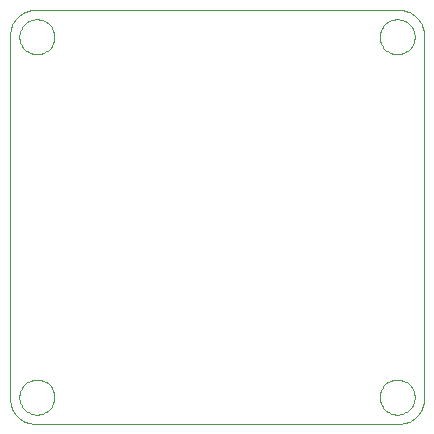
<source format=gbo>
G75*
G70*
%OFA0B0*%
%FSLAX24Y24*%
%IPPOS*%
%LPD*%
%AMOC8*
5,1,8,0,0,1.08239X$1,22.5*
%
%ADD10C,0.0000*%
%ADD11C,0.0000*%
D10*
X000603Y001068D02*
X000605Y001116D01*
X000611Y001164D01*
X000621Y001211D01*
X000635Y001257D01*
X000652Y001302D01*
X000673Y001345D01*
X000698Y001387D01*
X000726Y001426D01*
X000757Y001463D01*
X000791Y001497D01*
X000828Y001528D01*
X000867Y001556D01*
X000909Y001581D01*
X000952Y001602D01*
X000997Y001619D01*
X001043Y001633D01*
X001090Y001643D01*
X001138Y001649D01*
X001186Y001651D01*
X001234Y001649D01*
X001282Y001643D01*
X001329Y001633D01*
X001375Y001619D01*
X001420Y001602D01*
X001463Y001581D01*
X001505Y001556D01*
X001544Y001528D01*
X001581Y001497D01*
X001615Y001463D01*
X001646Y001426D01*
X001674Y001387D01*
X001699Y001345D01*
X001720Y001302D01*
X001737Y001257D01*
X001751Y001211D01*
X001761Y001164D01*
X001767Y001116D01*
X001769Y001068D01*
X001767Y001020D01*
X001761Y000972D01*
X001751Y000925D01*
X001737Y000879D01*
X001720Y000834D01*
X001699Y000791D01*
X001674Y000749D01*
X001646Y000710D01*
X001615Y000673D01*
X001581Y000639D01*
X001544Y000608D01*
X001505Y000580D01*
X001463Y000555D01*
X001420Y000534D01*
X001375Y000517D01*
X001329Y000503D01*
X001282Y000493D01*
X001234Y000487D01*
X001186Y000485D01*
X001138Y000487D01*
X001090Y000493D01*
X001043Y000503D01*
X000997Y000517D01*
X000952Y000534D01*
X000909Y000555D01*
X000867Y000580D01*
X000828Y000608D01*
X000791Y000639D01*
X000757Y000673D01*
X000726Y000710D01*
X000698Y000749D01*
X000673Y000791D01*
X000652Y000834D01*
X000635Y000879D01*
X000621Y000925D01*
X000611Y000972D01*
X000605Y001020D01*
X000603Y001068D01*
X000603Y013076D02*
X000605Y013124D01*
X000611Y013172D01*
X000621Y013219D01*
X000635Y013265D01*
X000652Y013310D01*
X000673Y013353D01*
X000698Y013395D01*
X000726Y013434D01*
X000757Y013471D01*
X000791Y013505D01*
X000828Y013536D01*
X000867Y013564D01*
X000909Y013589D01*
X000952Y013610D01*
X000997Y013627D01*
X001043Y013641D01*
X001090Y013651D01*
X001138Y013657D01*
X001186Y013659D01*
X001234Y013657D01*
X001282Y013651D01*
X001329Y013641D01*
X001375Y013627D01*
X001420Y013610D01*
X001463Y013589D01*
X001505Y013564D01*
X001544Y013536D01*
X001581Y013505D01*
X001615Y013471D01*
X001646Y013434D01*
X001674Y013395D01*
X001699Y013353D01*
X001720Y013310D01*
X001737Y013265D01*
X001751Y013219D01*
X001761Y013172D01*
X001767Y013124D01*
X001769Y013076D01*
X001767Y013028D01*
X001761Y012980D01*
X001751Y012933D01*
X001737Y012887D01*
X001720Y012842D01*
X001699Y012799D01*
X001674Y012757D01*
X001646Y012718D01*
X001615Y012681D01*
X001581Y012647D01*
X001544Y012616D01*
X001505Y012588D01*
X001463Y012563D01*
X001420Y012542D01*
X001375Y012525D01*
X001329Y012511D01*
X001282Y012501D01*
X001234Y012495D01*
X001186Y012493D01*
X001138Y012495D01*
X001090Y012501D01*
X001043Y012511D01*
X000997Y012525D01*
X000952Y012542D01*
X000909Y012563D01*
X000867Y012588D01*
X000828Y012616D01*
X000791Y012647D01*
X000757Y012681D01*
X000726Y012718D01*
X000698Y012757D01*
X000673Y012799D01*
X000652Y012842D01*
X000635Y012887D01*
X000621Y012933D01*
X000611Y012980D01*
X000605Y013028D01*
X000603Y013076D01*
X012611Y013076D02*
X012613Y013124D01*
X012619Y013172D01*
X012629Y013219D01*
X012643Y013265D01*
X012660Y013310D01*
X012681Y013353D01*
X012706Y013395D01*
X012734Y013434D01*
X012765Y013471D01*
X012799Y013505D01*
X012836Y013536D01*
X012875Y013564D01*
X012917Y013589D01*
X012960Y013610D01*
X013005Y013627D01*
X013051Y013641D01*
X013098Y013651D01*
X013146Y013657D01*
X013194Y013659D01*
X013242Y013657D01*
X013290Y013651D01*
X013337Y013641D01*
X013383Y013627D01*
X013428Y013610D01*
X013471Y013589D01*
X013513Y013564D01*
X013552Y013536D01*
X013589Y013505D01*
X013623Y013471D01*
X013654Y013434D01*
X013682Y013395D01*
X013707Y013353D01*
X013728Y013310D01*
X013745Y013265D01*
X013759Y013219D01*
X013769Y013172D01*
X013775Y013124D01*
X013777Y013076D01*
X013775Y013028D01*
X013769Y012980D01*
X013759Y012933D01*
X013745Y012887D01*
X013728Y012842D01*
X013707Y012799D01*
X013682Y012757D01*
X013654Y012718D01*
X013623Y012681D01*
X013589Y012647D01*
X013552Y012616D01*
X013513Y012588D01*
X013471Y012563D01*
X013428Y012542D01*
X013383Y012525D01*
X013337Y012511D01*
X013290Y012501D01*
X013242Y012495D01*
X013194Y012493D01*
X013146Y012495D01*
X013098Y012501D01*
X013051Y012511D01*
X013005Y012525D01*
X012960Y012542D01*
X012917Y012563D01*
X012875Y012588D01*
X012836Y012616D01*
X012799Y012647D01*
X012765Y012681D01*
X012734Y012718D01*
X012706Y012757D01*
X012681Y012799D01*
X012660Y012842D01*
X012643Y012887D01*
X012629Y012933D01*
X012619Y012980D01*
X012613Y013028D01*
X012611Y013076D01*
X012611Y001068D02*
X012613Y001116D01*
X012619Y001164D01*
X012629Y001211D01*
X012643Y001257D01*
X012660Y001302D01*
X012681Y001345D01*
X012706Y001387D01*
X012734Y001426D01*
X012765Y001463D01*
X012799Y001497D01*
X012836Y001528D01*
X012875Y001556D01*
X012917Y001581D01*
X012960Y001602D01*
X013005Y001619D01*
X013051Y001633D01*
X013098Y001643D01*
X013146Y001649D01*
X013194Y001651D01*
X013242Y001649D01*
X013290Y001643D01*
X013337Y001633D01*
X013383Y001619D01*
X013428Y001602D01*
X013471Y001581D01*
X013513Y001556D01*
X013552Y001528D01*
X013589Y001497D01*
X013623Y001463D01*
X013654Y001426D01*
X013682Y001387D01*
X013707Y001345D01*
X013728Y001302D01*
X013745Y001257D01*
X013759Y001211D01*
X013769Y001164D01*
X013775Y001116D01*
X013777Y001068D01*
X013775Y001020D01*
X013769Y000972D01*
X013759Y000925D01*
X013745Y000879D01*
X013728Y000834D01*
X013707Y000791D01*
X013682Y000749D01*
X013654Y000710D01*
X013623Y000673D01*
X013589Y000639D01*
X013552Y000608D01*
X013513Y000580D01*
X013471Y000555D01*
X013428Y000534D01*
X013383Y000517D01*
X013337Y000503D01*
X013290Y000493D01*
X013242Y000487D01*
X013194Y000485D01*
X013146Y000487D01*
X013098Y000493D01*
X013051Y000503D01*
X013005Y000517D01*
X012960Y000534D01*
X012917Y000555D01*
X012875Y000580D01*
X012836Y000608D01*
X012799Y000639D01*
X012765Y000673D01*
X012734Y000710D01*
X012706Y000749D01*
X012681Y000791D01*
X012660Y000834D01*
X012643Y000879D01*
X012629Y000925D01*
X012619Y000972D01*
X012613Y001020D01*
X012611Y001068D01*
D11*
X000300Y000969D02*
X000300Y013174D01*
X000302Y013228D01*
X000307Y013281D01*
X000316Y013334D01*
X000329Y013386D01*
X000345Y013438D01*
X000365Y013488D01*
X000388Y013536D01*
X000415Y013583D01*
X000444Y013628D01*
X000477Y013671D01*
X000512Y013711D01*
X000550Y013749D01*
X000590Y013784D01*
X000633Y013817D01*
X000678Y013846D01*
X000725Y013873D01*
X000773Y013896D01*
X000823Y013916D01*
X000875Y013932D01*
X000927Y013945D01*
X000980Y013954D01*
X001033Y013959D01*
X001087Y013961D01*
X013292Y013961D01*
X013346Y013959D01*
X013399Y013954D01*
X013452Y013945D01*
X013504Y013932D01*
X013556Y013916D01*
X013606Y013896D01*
X013654Y013873D01*
X013701Y013846D01*
X013746Y013817D01*
X013789Y013784D01*
X013829Y013749D01*
X013867Y013711D01*
X013902Y013671D01*
X013935Y013628D01*
X013964Y013583D01*
X013991Y013536D01*
X014014Y013488D01*
X014034Y013438D01*
X014050Y013386D01*
X014063Y013334D01*
X014072Y013281D01*
X014077Y013228D01*
X014079Y013174D01*
X014080Y013174D02*
X014080Y000969D01*
X014079Y000969D02*
X014077Y000915D01*
X014072Y000862D01*
X014063Y000809D01*
X014050Y000757D01*
X014034Y000705D01*
X014014Y000655D01*
X013991Y000607D01*
X013964Y000560D01*
X013935Y000515D01*
X013902Y000472D01*
X013867Y000432D01*
X013829Y000394D01*
X013789Y000359D01*
X013746Y000326D01*
X013701Y000297D01*
X013654Y000270D01*
X013606Y000247D01*
X013556Y000227D01*
X013504Y000211D01*
X013452Y000198D01*
X013399Y000189D01*
X013346Y000184D01*
X013292Y000182D01*
X001087Y000182D01*
X001033Y000184D01*
X000980Y000189D01*
X000927Y000198D01*
X000875Y000211D01*
X000823Y000227D01*
X000773Y000247D01*
X000725Y000270D01*
X000678Y000297D01*
X000633Y000326D01*
X000590Y000359D01*
X000550Y000394D01*
X000512Y000432D01*
X000477Y000472D01*
X000444Y000515D01*
X000415Y000560D01*
X000388Y000607D01*
X000365Y000655D01*
X000345Y000705D01*
X000329Y000757D01*
X000316Y000809D01*
X000307Y000862D01*
X000302Y000915D01*
X000300Y000969D01*
M02*

</source>
